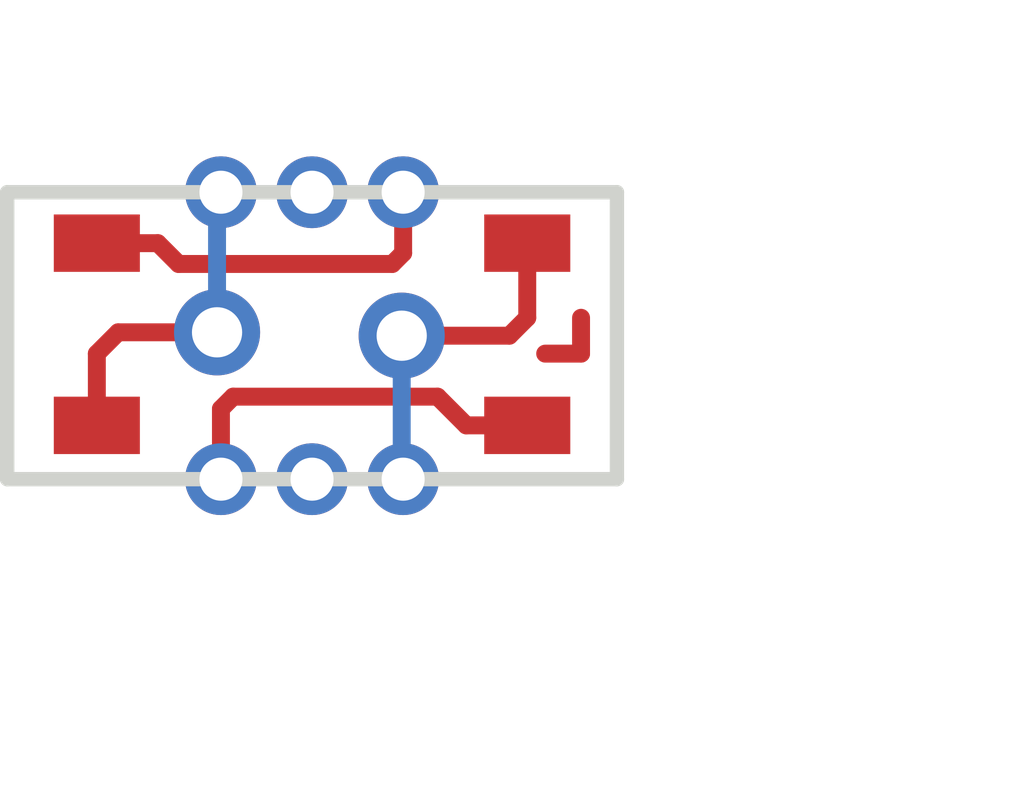
<source format=kicad_pcb>
(kicad_pcb (version 20171130) (host pcbnew "(5.0.0)")

  (general
    (thickness 1.6)
    (drawings 4)
    (tracks 24)
    (zones 0)
    (modules 2)
    (nets 5)
  )

  (page A4)
  (layers
    (0 F.Cu signal)
    (31 B.Cu signal)
    (32 B.Adhes user)
    (33 F.Adhes user)
    (34 B.Paste user)
    (35 F.Paste user)
    (36 B.SilkS user)
    (37 F.SilkS user)
    (38 B.Mask user)
    (39 F.Mask user)
    (40 Dwgs.User user)
    (41 Cmts.User user)
    (42 Eco1.User user)
    (43 Eco2.User user)
    (44 Edge.Cuts user)
    (45 Margin user)
    (46 B.CrtYd user)
    (47 F.CrtYd user)
    (48 B.Fab user)
    (49 F.Fab user)
  )

  (setup
    (last_trace_width 0.25)
    (trace_clearance 0.2)
    (zone_clearance 0.508)
    (zone_45_only no)
    (trace_min 0.2)
    (segment_width 0.2)
    (edge_width 0.15)
    (via_size 1.2)
    (via_drill 0.7)
    (via_min_size 0.4)
    (via_min_drill 0.3)
    (uvia_size 0.3)
    (uvia_drill 0.1)
    (uvias_allowed no)
    (uvia_min_size 0.2)
    (uvia_min_drill 0.1)
    (pcb_text_width 0.3)
    (pcb_text_size 1.5 1.5)
    (mod_edge_width 0.15)
    (mod_text_size 1 1)
    (mod_text_width 0.15)
    (pad_size 1.524 1.524)
    (pad_drill 0.762)
    (pad_to_mask_clearance 0.2)
    (aux_axis_origin 0 0)
    (visible_elements 7FFFFFFF)
    (pcbplotparams
      (layerselection 0x010c0_ffffffff)
      (usegerberextensions false)
      (usegerberattributes false)
      (usegerberadvancedattributes false)
      (creategerberjobfile false)
      (excludeedgelayer true)
      (linewidth 0.100000)
      (plotframeref false)
      (viasonmask false)
      (mode 1)
      (useauxorigin false)
      (hpglpennumber 1)
      (hpglpenspeed 20)
      (hpglpendiameter 15.000000)
      (psnegative false)
      (psa4output false)
      (plotreference true)
      (plotvalue true)
      (plotinvisibletext false)
      (padsonsilk false)
      (subtractmaskfromsilk false)
      (outputformat 1)
      (mirror false)
      (drillshape 0)
      (scaleselection 1)
      (outputdirectory "maf_6/"))
  )

  (net 0 "")
  (net 1 K2)
  (net 2 K1)
  (net 3 GND)
  (net 4 Vcc)

  (net_class Default "Это класс цепей по умолчанию."
    (clearance 0.2)
    (trace_width 0.25)
    (via_dia 1.2)
    (via_drill 0.7)
    (uvia_dia 0.3)
    (uvia_drill 0.1)
    (add_net GND)
    (add_net K1)
    (add_net K2)
    (add_net Vcc)
  )

  (module MOTOR_DA:ASSR-1218 (layer F.Cu) (tedit 5C91FD9E) (tstamp 5C925384)
    (at 165.2 81.75 90)
    (path /5C928473)
    (fp_text reference DA2 (at 1.2 -15.7 90) (layer F.SilkS) hide
      (effects (font (size 1 1) (thickness 0.15)))
    )
    (fp_text value ASSR-1218 (at 1.4 -3.6 90) (layer F.Fab)
      (effects (font (size 1 1) (thickness 0.15)))
    )
    (pad 2 smd rect (at 2.54 -6.7 90) (size 0.8 1.2) (layers F.Cu F.Paste F.Mask)
      (net 3 GND))
    (pad 1 smd rect (at 0 -6.7 90) (size 0.8 1.2) (layers F.Cu F.Paste F.Mask)
      (net 4 Vcc))
    (pad 3 smd rect (at 2.54 -12.7 90) (size 0.8 1.2) (layers F.Cu F.Paste F.Mask)
      (net 1 K2))
    (pad 4 smd rect (at 0 -12.7 90) (size 0.8 1.2) (layers F.Cu F.Paste F.Mask)
      (net 2 K1))
    (model "${MOTOR_PCB}/3D/User Library-SO4.step"
      (offset (xyz 1.3 9.800000000000001 0))
      (scale (xyz 1 1 1))
      (rotate (xyz -90 0 0))
    )
  )

  (module MOTOR_DA:МОП-реле_249КП29_для_переходника (layer F.Cu) (tedit 5C91FCAD) (tstamp 5C92537C)
    (at 155.5 80.5)
    (path /5C923787)
    (fp_text reference DA1 (at 2 4.25) (layer F.SilkS) hide
      (effects (font (size 1 1) (thickness 0.15)))
    )
    (fp_text value 249КП29 (at 0.3 5.8) (layer F.Fab)
      (effects (font (size 1 1) (thickness 0.15)))
    )
    (fp_text user 249КП29У (at 0 -7.25) (layer F.SilkS) hide
      (effects (font (size 2 1.6) (thickness 0.3)))
    )
    (pad 1 thru_hole circle (at -1.27 2) (size 1 1) (drill 0.6) (layers *.Cu *.Mask)
      (net 4 Vcc))
    (pad 2 thru_hole circle (at 0 2) (size 1 1) (drill 0.6) (layers *.Cu *.Mask))
    (pad 3 thru_hole circle (at 1.27 2) (size 1 1) (drill 0.6) (layers *.Cu *.Mask)
      (net 3 GND))
    (pad 7 thru_hole circle (at -1.27 -2) (size 1 1) (drill 0.6) (layers *.Cu *.Mask)
      (net 2 K1))
    (pad 6 thru_hole circle (at 0 -2) (size 1 1) (drill 0.6) (layers *.Cu *.Mask))
    (pad 5 thru_hole circle (at 1.27 -2) (size 1 1) (drill 0.6) (layers *.Cu *.Mask)
      (net 1 K2))
  )

  (gr_line (start 151.25 82.5) (end 151.25 78.5) (layer Edge.Cuts) (width 0.2))
  (gr_line (start 159.75 82.5) (end 151.25 82.5) (layer Edge.Cuts) (width 0.2))
  (gr_line (start 159.75 78.5) (end 159.75 82.5) (layer Edge.Cuts) (width 0.2))
  (gr_line (start 151.25 78.5) (end 159.75 78.5) (layer Edge.Cuts) (width 0.2))

  (segment (start 158.75 80.75) (end 159.25 80.75) (width 0.25) (layer F.Cu) (net 0))
  (segment (start 159.25 80.75) (end 159.25 80.25) (width 0.25) (layer F.Cu) (net 0))
  (segment (start 156.77 79.348528) (end 156.77 78.5) (width 0.25) (layer F.Cu) (net 1))
  (segment (start 156.618528 79.5) (end 156.77 79.348528) (width 0.25) (layer F.Cu) (net 1))
  (segment (start 153.64 79.5) (end 156.618528 79.5) (width 0.25) (layer F.Cu) (net 1))
  (segment (start 153.35 79.21) (end 153.64 79.5) (width 0.25) (layer F.Cu) (net 1))
  (segment (start 152.5 79.21) (end 153.35 79.21) (width 0.25) (layer F.Cu) (net 1))
  (via (at 154.175655 80.452618) (size 1.2) (drill 0.7) (layers F.Cu B.Cu) (net 2))
  (segment (start 154.175655 78.554345) (end 154.23 78.5) (width 0.25) (layer B.Cu) (net 2))
  (segment (start 154.175655 80.452618) (end 154.175655 78.554345) (width 0.25) (layer B.Cu) (net 2))
  (segment (start 152.5 81.75) (end 152.5 80.75) (width 0.25) (layer F.Cu) (net 2))
  (segment (start 152.797382 80.452618) (end 154.175655 80.452618) (width 0.25) (layer F.Cu) (net 2))
  (segment (start 152.5 80.75) (end 152.797382 80.452618) (width 0.25) (layer F.Cu) (net 2))
  (via (at 156.75 80.5) (size 1.2) (drill 0.7) (layers F.Cu B.Cu) (net 3))
  (segment (start 158.5 79.21) (end 158.5 80.25) (width 0.25) (layer F.Cu) (net 3))
  (segment (start 158.25 80.5) (end 156.75 80.5) (width 0.25) (layer F.Cu) (net 3))
  (segment (start 158.5 80.25) (end 158.25 80.5) (width 0.25) (layer F.Cu) (net 3))
  (segment (start 156.75 82.48) (end 156.77 82.5) (width 0.25) (layer B.Cu) (net 3))
  (segment (start 156.75 80.5) (end 156.75 82.48) (width 0.25) (layer B.Cu) (net 3))
  (segment (start 157.65 81.75) (end 157.25 81.35) (width 0.25) (layer F.Cu) (net 4))
  (segment (start 158.5 81.75) (end 157.65 81.75) (width 0.25) (layer F.Cu) (net 4))
  (segment (start 157.25 81.35) (end 154.4 81.35) (width 0.25) (layer F.Cu) (net 4))
  (segment (start 154.23 81.52) (end 154.23 82.5) (width 0.25) (layer F.Cu) (net 4))
  (segment (start 154.4 81.35) (end 154.23 81.52) (width 0.25) (layer F.Cu) (net 4))

)

</source>
